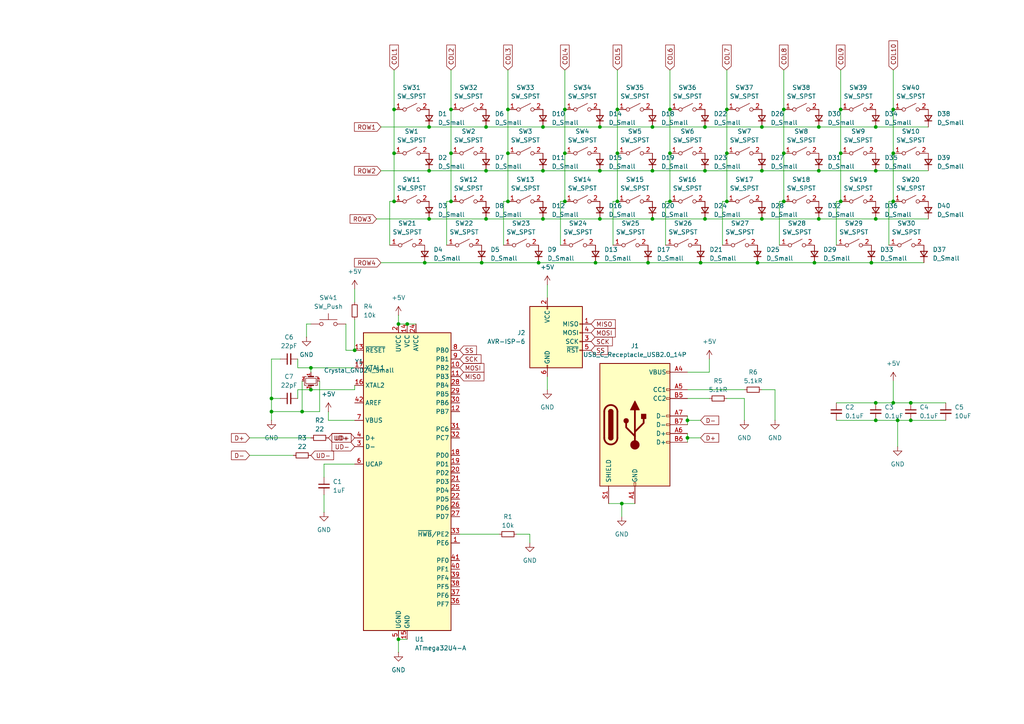
<source format=kicad_sch>
(kicad_sch (version 20231120) (generator "eeschema") (generator_version "8.0")
  (paper "A4")
  (junction (at 157.48 63.5))
  (junction (at 78.74 119.38))
  (junction (at 157.48 49.53))
  (junction (at 243.84 58.42))
  (junction (at 173.99 36.83))
  (junction (at 220.98 49.53))
  (junction (at 204.47 63.5))
  (junction (at 90.17 113.03))
  (junction (at 210.82 44.45))
  (junction (at 189.23 49.53))
  (junction (at 227.33 31.75))
  (junction (at 259.08 44.45))
  (junction (at 243.84 44.45))
  (junction (at 147.32 44.45))
  (junction (at 147.32 31.75))
  (junction (at 124.46 63.5))
  (junction (at 124.46 36.83))
  (junction (at 254 63.5))
  (junction (at 237.49 36.83))
  (junction (at 264.16 116.84))
  (junction (at 236.22 76.2))
  (junction (at 194.31 31.75))
  (junction (at 124.46 49.53))
  (junction (at 140.97 63.5))
  (junction (at 163.83 31.75))
  (junction (at 130.81 31.75))
  (junction (at 220.98 63.5))
  (junction (at 259.08 31.75))
  (junction (at 118.11 93.98))
  (junction (at 210.82 31.75))
  (junction (at 179.07 44.45))
  (junction (at 90.17 106.68))
  (junction (at 260.35 121.92))
  (junction (at 180.34 146.05))
  (junction (at 173.99 63.5))
  (junction (at 147.32 58.42))
  (junction (at 130.81 58.42))
  (junction (at 140.97 49.53))
  (junction (at 199.39 121.92))
  (junction (at 237.49 63.5))
  (junction (at 130.81 44.45))
  (junction (at 203.2 76.2))
  (junction (at 114.3 31.75))
  (junction (at 220.98 36.83))
  (junction (at 219.71 76.2))
  (junction (at 199.39 127))
  (junction (at 179.07 58.42))
  (junction (at 254 36.83))
  (junction (at 163.83 58.42))
  (junction (at 227.33 58.42))
  (junction (at 123.19 76.2))
  (junction (at 259.08 116.84))
  (junction (at 115.57 93.98))
  (junction (at 243.84 31.75))
  (junction (at 227.33 44.45))
  (junction (at 173.99 49.53))
  (junction (at 194.31 44.45))
  (junction (at 259.08 58.42))
  (junction (at 210.82 58.42))
  (junction (at 172.72 76.2))
  (junction (at 114.3 58.42))
  (junction (at 179.07 31.75))
  (junction (at 189.23 36.83))
  (junction (at 204.47 49.53))
  (junction (at 264.16 121.92))
  (junction (at 157.48 36.83))
  (junction (at 189.23 63.5))
  (junction (at 87.63 119.38))
  (junction (at 187.96 76.2))
  (junction (at 254 116.84))
  (junction (at 254 121.92))
  (junction (at 140.97 36.83))
  (junction (at 139.7 76.2))
  (junction (at 78.74 115.57))
  (junction (at 114.3 44.45))
  (junction (at 204.47 36.83))
  (junction (at 115.57 185.42))
  (junction (at 194.31 58.42))
  (junction (at 163.83 44.45))
  (junction (at 254 49.53))
  (junction (at 237.49 49.53))
  (junction (at 156.21 76.2))
  (junction (at 252.73 76.2))
  (junction (at 102.87 101.6))
  (wire (pts (xy 236.22 76.2) (xy 252.73 76.2)))
  (wire (pts (xy 227.33 44.45) (xy 227.33 58.42)))
  (wire (pts (xy 147.32 44.45) (xy 147.32 58.42)))
  (wire (pts (xy 87.63 110.49) (xy 87.63 119.38)))
  (wire (pts (xy 264.16 121.92) (xy 274.32 121.92)))
  (wire (pts (xy 173.99 63.5) (xy 189.23 63.5)))
  (wire (pts (xy 124.46 36.83) (xy 140.97 36.83)))
  (wire (pts (xy 194.31 31.75) (xy 194.31 44.45)))
  (wire (pts (xy 259.08 116.84) (xy 264.16 116.84)))
  (wire (pts (xy 110.49 49.53) (xy 124.46 49.53)))
  (wire (pts (xy 209.55 58.42) (xy 209.55 71.12)))
  (wire (pts (xy 147.32 31.75) (xy 147.32 44.45)))
  (wire (pts (xy 204.47 63.5) (xy 220.98 63.5)))
  (wire (pts (xy 87.63 119.38) (xy 78.74 119.38)))
  (wire (pts (xy 179.07 58.42) (xy 177.8 58.42)))
  (wire (pts (xy 157.48 36.83) (xy 173.99 36.83)))
  (wire (pts (xy 123.19 76.2) (xy 139.7 76.2)))
  (wire (pts (xy 237.49 49.53) (xy 254 49.53)))
  (wire (pts (xy 124.46 63.5) (xy 140.97 63.5)))
  (wire (pts (xy 102.87 92.71) (xy 102.87 101.6)))
  (wire (pts (xy 110.49 36.83) (xy 124.46 36.83)))
  (wire (pts (xy 199.39 125.73) (xy 199.39 127)))
  (wire (pts (xy 243.84 31.75) (xy 243.84 44.45)))
  (wire (pts (xy 203.2 76.2) (xy 219.71 76.2)))
  (wire (pts (xy 78.74 119.38) (xy 78.74 121.92)))
  (wire (pts (xy 163.83 44.45) (xy 163.83 58.42)))
  (wire (pts (xy 179.07 20.32) (xy 179.07 31.75)))
  (wire (pts (xy 146.05 58.42) (xy 146.05 71.12)))
  (wire (pts (xy 118.11 93.98) (xy 120.65 93.98)))
  (wire (pts (xy 220.98 49.53) (xy 237.49 49.53)))
  (wire (pts (xy 257.81 58.42) (xy 257.81 71.12)))
  (wire (pts (xy 78.74 115.57) (xy 81.28 115.57)))
  (wire (pts (xy 129.54 58.42) (xy 129.54 71.12)))
  (wire (pts (xy 237.49 63.5) (xy 254 63.5)))
  (wire (pts (xy 93.98 134.62) (xy 93.98 138.43)))
  (wire (pts (xy 86.36 106.68) (xy 90.17 106.68)))
  (wire (pts (xy 110.49 76.2) (xy 123.19 76.2)))
  (wire (pts (xy 113.03 58.42) (xy 113.03 71.12)))
  (wire (pts (xy 180.34 146.05) (xy 180.34 149.86)))
  (wire (pts (xy 199.39 113.03) (xy 215.9 113.03)))
  (wire (pts (xy 194.31 58.42) (xy 193.04 58.42)))
  (wire (pts (xy 180.34 146.05) (xy 184.15 146.05)))
  (wire (pts (xy 72.39 132.08) (xy 85.09 132.08)))
  (wire (pts (xy 139.7 76.2) (xy 156.21 76.2)))
  (wire (pts (xy 189.23 49.53) (xy 204.47 49.53)))
  (wire (pts (xy 226.06 58.42) (xy 226.06 71.12)))
  (wire (pts (xy 140.97 36.83) (xy 157.48 36.83)))
  (wire (pts (xy 220.98 113.03) (xy 224.79 113.03)))
  (wire (pts (xy 259.08 31.75) (xy 259.08 44.45)))
  (wire (pts (xy 124.46 49.53) (xy 140.97 49.53)))
  (wire (pts (xy 90.17 93.98) (xy 88.9 93.98)))
  (wire (pts (xy 78.74 104.14) (xy 78.74 115.57)))
  (wire (pts (xy 260.35 121.92) (xy 264.16 121.92)))
  (wire (pts (xy 210.82 58.42) (xy 209.55 58.42)))
  (wire (pts (xy 93.98 143.51) (xy 93.98 148.59)))
  (wire (pts (xy 205.74 107.95) (xy 205.74 104.14)))
  (wire (pts (xy 194.31 44.45) (xy 194.31 58.42)))
  (wire (pts (xy 264.16 116.84) (xy 274.32 116.84)))
  (wire (pts (xy 158.75 109.22) (xy 158.75 113.03)))
  (wire (pts (xy 193.04 58.42) (xy 193.04 71.12)))
  (wire (pts (xy 172.72 76.2) (xy 187.96 76.2)))
  (wire (pts (xy 177.8 58.42) (xy 177.8 71.12)))
  (wire (pts (xy 254 49.53) (xy 269.24 49.53)))
  (wire (pts (xy 78.74 115.57) (xy 78.74 119.38)))
  (wire (pts (xy 187.96 76.2) (xy 203.2 76.2)))
  (wire (pts (xy 254 63.5) (xy 269.24 63.5)))
  (wire (pts (xy 243.84 58.42) (xy 242.57 58.42)))
  (wire (pts (xy 215.9 115.57) (xy 215.9 121.92)))
  (wire (pts (xy 243.84 44.45) (xy 243.84 58.42)))
  (wire (pts (xy 163.83 31.75) (xy 163.83 44.45)))
  (wire (pts (xy 109.22 63.5) (xy 124.46 63.5)))
  (wire (pts (xy 199.39 120.65) (xy 199.39 121.92)))
  (wire (pts (xy 224.79 113.03) (xy 224.79 121.92)))
  (wire (pts (xy 199.39 115.57) (xy 205.74 115.57)))
  (wire (pts (xy 259.08 58.42) (xy 257.81 58.42)))
  (wire (pts (xy 259.08 110.49) (xy 259.08 116.84)))
  (wire (pts (xy 86.36 113.03) (xy 90.17 113.03)))
  (wire (pts (xy 102.87 134.62) (xy 93.98 134.62)))
  (wire (pts (xy 95.25 119.38) (xy 95.25 121.92)))
  (wire (pts (xy 254 121.92) (xy 260.35 121.92)))
  (wire (pts (xy 210.82 115.57) (xy 215.9 115.57)))
  (wire (pts (xy 173.99 36.83) (xy 189.23 36.83)))
  (wire (pts (xy 95.25 121.92) (xy 102.87 121.92)))
  (wire (pts (xy 243.84 20.32) (xy 243.84 31.75)))
  (wire (pts (xy 242.57 121.92) (xy 254 121.92)))
  (wire (pts (xy 162.56 58.42) (xy 162.56 71.12)))
  (wire (pts (xy 179.07 31.75) (xy 179.07 44.45)))
  (wire (pts (xy 210.82 20.32) (xy 210.82 31.75)))
  (wire (pts (xy 220.98 36.83) (xy 237.49 36.83)))
  (wire (pts (xy 199.39 121.92) (xy 199.39 123.19)))
  (wire (pts (xy 81.28 104.14) (xy 78.74 104.14)))
  (wire (pts (xy 260.35 121.92) (xy 260.35 129.54)))
  (wire (pts (xy 163.83 20.32) (xy 163.83 31.75)))
  (wire (pts (xy 114.3 20.32) (xy 114.3 31.75)))
  (wire (pts (xy 87.63 119.38) (xy 92.71 119.38)))
  (wire (pts (xy 102.87 113.03) (xy 102.87 111.76)))
  (wire (pts (xy 210.82 31.75) (xy 210.82 44.45)))
  (wire (pts (xy 189.23 63.5) (xy 204.47 63.5)))
  (wire (pts (xy 204.47 49.53) (xy 220.98 49.53)))
  (wire (pts (xy 86.36 115.57) (xy 86.36 113.03)))
  (wire (pts (xy 156.21 76.2) (xy 172.72 76.2)))
  (wire (pts (xy 115.57 185.42) (xy 115.57 189.23)))
  (wire (pts (xy 92.71 119.38) (xy 92.71 110.49)))
  (wire (pts (xy 199.39 107.95) (xy 205.74 107.95)))
  (wire (pts (xy 254 36.83) (xy 269.24 36.83)))
  (wire (pts (xy 220.98 63.5) (xy 237.49 63.5)))
  (wire (pts (xy 158.75 82.55) (xy 158.75 86.36)))
  (wire (pts (xy 227.33 20.32) (xy 227.33 31.75)))
  (wire (pts (xy 102.87 83.82) (xy 102.87 87.63)))
  (wire (pts (xy 153.67 154.94) (xy 153.67 157.48)))
  (wire (pts (xy 130.81 31.75) (xy 130.81 44.45)))
  (wire (pts (xy 130.81 44.45) (xy 130.81 58.42)))
  (wire (pts (xy 88.9 93.98) (xy 88.9 97.79)))
  (wire (pts (xy 140.97 63.5) (xy 157.48 63.5)))
  (wire (pts (xy 115.57 93.98) (xy 118.11 93.98)))
  (wire (pts (xy 157.48 49.53) (xy 173.99 49.53)))
  (wire (pts (xy 114.3 44.45) (xy 114.3 58.42)))
  (wire (pts (xy 194.31 20.32) (xy 194.31 31.75)))
  (wire (pts (xy 130.81 20.32) (xy 130.81 31.75)))
  (wire (pts (xy 254 116.84) (xy 259.08 116.84)))
  (wire (pts (xy 130.81 58.42) (xy 129.54 58.42)))
  (wire (pts (xy 147.32 58.42) (xy 146.05 58.42)))
  (wire (pts (xy 157.48 63.5) (xy 173.99 63.5)))
  (wire (pts (xy 163.83 58.42) (xy 162.56 58.42)))
  (wire (pts (xy 86.36 104.14) (xy 86.36 106.68)))
  (wire (pts (xy 115.57 185.42) (xy 118.11 185.42)))
  (wire (pts (xy 242.57 58.42) (xy 242.57 71.12)))
  (wire (pts (xy 149.86 154.94) (xy 153.67 154.94)))
  (wire (pts (xy 189.23 36.83) (xy 204.47 36.83)))
  (wire (pts (xy 90.17 107.95) (xy 90.17 106.68)))
  (wire (pts (xy 90.17 113.03) (xy 102.87 113.03)))
  (wire (pts (xy 176.53 146.05) (xy 180.34 146.05)))
  (wire (pts (xy 259.08 44.45) (xy 259.08 58.42)))
  (wire (pts (xy 227.33 31.75) (xy 227.33 44.45)))
  (wire (pts (xy 227.33 58.42) (xy 226.06 58.42)))
  (wire (pts (xy 173.99 49.53) (xy 189.23 49.53)))
  (wire (pts (xy 199.39 127) (xy 199.39 128.27)))
  (wire (pts (xy 133.35 154.94) (xy 144.78 154.94)))
  (wire (pts (xy 237.49 36.83) (xy 254 36.83)))
  (wire (pts (xy 179.07 44.45) (xy 179.07 58.42)))
  (wire (pts (xy 102.87 101.6) (xy 100.33 101.6)))
  (wire (pts (xy 199.39 127) (xy 203.2 127)))
  (wire (pts (xy 199.39 121.92) (xy 203.2 121.92)))
  (wire (pts (xy 115.57 91.44) (xy 115.57 93.98)))
  (wire (pts (xy 140.97 49.53) (xy 157.48 49.53)))
  (wire (pts (xy 114.3 58.42) (xy 113.03 58.42)))
  (wire (pts (xy 242.57 116.84) (xy 254 116.84)))
  (wire (pts (xy 114.3 31.75) (xy 114.3 44.45)))
  (wire (pts (xy 100.33 101.6) (xy 100.33 93.98)))
  (wire (pts (xy 90.17 106.68) (xy 102.87 106.68)))
  (wire (pts (xy 252.73 76.2) (xy 267.97 76.2)))
  (wire (pts (xy 72.39 127) (xy 90.17 127)))
  (wire (pts (xy 204.47 36.83) (xy 220.98 36.83)))
  (wire (pts (xy 210.82 44.45) (xy 210.82 58.42)))
  (wire (pts (xy 259.08 20.32) (xy 259.08 31.75)))
  (wire (pts (xy 147.32 20.32) (xy 147.32 31.75)))
  (wire (pts (xy 219.71 76.2) (xy 236.22 76.2)))
  (global_label "COL7" (shape input) (at 210.82 20.32 90) (property "Intersheetrefs" "${INTERSHEET_REFS}" (effects (hide yes))))
  (global_label "MISO" (shape input) (at 133.35 109.22 0) (property "Intersheetrefs" "${INTERSHEET_REFS}" (effects (hide yes))))
  (global_label "COL4" (shape input) (at 163.83 20.32 90) (property "Intersheetrefs" "${INTERSHEET_REFS}" (effects (hide yes))))
  (global_label "SCK" (shape input) (at 171.45 99.06 0) (property "Intersheetrefs" "${INTERSHEET_REFS}" (effects (hide yes))))
  (global_label "COL10" (shape input) (at 259.08 20.32 90) (property "Intersheetrefs" "${INTERSHEET_REFS}" (effects (hide yes))))
  (global_label "ROW1" (shape input) (at 110.49 36.83 180) (property "Intersheetrefs" "${INTERSHEET_REFS}" (effects (hide yes))))
  (global_label "MISO" (shape input) (at 171.45 93.98 0) (property "Intersheetrefs" "${INTERSHEET_REFS}" (effects (hide yes))))
  (global_label "ROW3" (shape input) (at 109.22 63.5 180) (property "Intersheetrefs" "${INTERSHEET_REFS}" (effects (hide yes))))
  (global_label "SCK" (shape input) (at 133.35 104.14 0) (property "Intersheetrefs" "${INTERSHEET_REFS}" (effects (hide yes))))
  (global_label "ROW4" (shape input) (at 110.49 76.2 180) (property "Intersheetrefs" "${INTERSHEET_REFS}" (effects (hide yes))))
  (global_label "SS" (shape input) (at 133.35 101.6 0) (property "Intersheetrefs" "${INTERSHEET_REFS}" (effects (hide yes))))
  (global_label "UD+" (shape input) (at 102.87 127 180) (property "Intersheetrefs" "${INTERSHEET_REFS}" (effects (hide yes))))
  (global_label "COL5" (shape input) (at 179.07 20.32 90) (property "Intersheetrefs" "${INTERSHEET_REFS}" (effects (hide yes))))
  (global_label "MOSI" (shape input) (at 171.45 96.52 0) (property "Intersheetrefs" "${INTERSHEET_REFS}" (effects (hide yes))))
  (global_label "UD-" (shape input) (at 102.87 129.54 180) (property "Intersheetrefs" "${INTERSHEET_REFS}" (effects (hide yes))))
  (global_label "MOSI" (shape input) (at 133.35 106.68 0) (property "Intersheetrefs" "${INTERSHEET_REFS}" (effects (hide yes))))
  (global_label "D+" (shape input) (at 203.2 127 0) (property "Intersheetrefs" "${INTERSHEET_REFS}" (effects (hide yes))))
  (global_label "D-" (shape input) (at 72.39 132.08 180) (property "Intersheetrefs" "${INTERSHEET_REFS}" (effects (hide yes))))
  (global_label "UD-" (shape input) (at 90.17 132.08 0) (property "Intersheetrefs" "${INTERSHEET_REFS}" (effects (hide yes))))
  (global_label "D-" (shape input) (at 203.2 121.92 0) (property "Intersheetrefs" "${INTERSHEET_REFS}" (effects (hide yes))))
  (global_label "COL2" (shape input) (at 130.81 20.32 90) (property "Intersheetrefs" "${INTERSHEET_REFS}" (effects (hide yes))))
  (global_label "COL8" (shape input) (at 227.33 20.32 90) (property "Intersheetrefs" "${INTERSHEET_REFS}" (effects (hide yes))))
  (global_label "SS" (shape input) (at 171.45 101.6 0) (property "Intersheetrefs" "${INTERSHEET_REFS}" (effects (hide yes))))
  (global_label "COL3" (shape input) (at 147.32 20.32 90) (property "Intersheetrefs" "${INTERSHEET_REFS}" (effects (hide yes))))
  (global_label "UD+" (shape input) (at 95.25 127 0) (property "Intersheetrefs" "${INTERSHEET_REFS}" (effects (hide yes))))
  (global_label "COL9" (shape input) (at 243.84 20.32 90) (property "Intersheetrefs" "${INTERSHEET_REFS}" (effects (hide yes))))
  (global_label "COL6" (shape input) (at 194.31 20.32 90) (property "Intersheetrefs" "${INTERSHEET_REFS}" (effects (hide yes))))
  (global_label "D+" (shape input) (at 72.39 127 180) (property "Intersheetrefs" "${INTERSHEET_REFS}" (effects (hide yes))))
  (global_label "COL1" (shape input) (at 114.3 20.32 90) (property "Intersheetrefs" "${INTERSHEET_REFS}" (effects (hide yes))))
  (global_label "ROW2" (shape input) (at 110.49 49.53 180) (property "Intersheetrefs" "${INTERSHEET_REFS}" (effects (hide yes))))
  (symbol (lib_id "Switch:SW_SPST") (at 118.11 71.12 0) (unit 1)
    (property "Reference" "SW21" (at 118.11 64.77 0))
    (property "Value" "SW_SPST" (at 118.11 67.31 0))
    (property "Footprint" "Button_Switch_Keyboard:SW_Cherry_MX_1.00u_PCB" (effects (hide yes)))
    (property "Description" "Single Pole Single Throw (SPST) switch" (effects (hide yes)))
  )
  (symbol (lib_id "Switch:SW_SPST") (at 232.41 44.45 0) (unit 1)
    (property "Reference" "SW8" (at 232.41 38.1 0))
    (property "Value" "SW_SPST" (at 232.41 40.64 0))
    (property "Footprint" "Button_Switch_Keyboard:SW_Cherry_MX_1.00u_PCB" (effects (hide yes)))
    (property "Description" "Single Pole Single Throw (SPST) switch" (effects (hide yes)))
  )
  (symbol (lib_id "Device:C_Small") (at 93.98 140.97 0) (unit 1)
    (property "Reference" "C1" (at 96.52 139.7062 0) (effects (justify left)))
    (property "Value" "1uF" (at 96.52 142.2462 0) (effects (justify left)))
    (property "Footprint" "Capacitor_SMD:C_0805_2012Metric_Pad1.18x1.45mm_HandSolder" (effects (hide yes)))
    (property "Description" "Unpolarized capacitor, small symbol" (effects (hide yes)))
  )
  (symbol (lib_id "Device:D_Small") (at 252.73 73.66 90) (unit 1)
    (property "Reference" "D33" (at 255.27 72.3899 90) (effects (justify right)))
    (property "Value" "D_Small" (at 255.27 74.9299 90) (effects (justify right)))
    (property "Footprint" "Diode_SMD:D_SOD-123" (effects (hide yes)))
    (property "Description" "Diode, small symbol" (effects (hide yes)))
    (property "Sim.Device" "D" (effects (hide yes)))
    (property "Sim.Pins" "1=K 2=A" (effects (hide yes)))
  )
  (symbol (lib_id "Switch:SW_SPST") (at 168.91 44.45 0) (unit 1)
    (property "Reference" "SW4" (at 168.91 38.1 0))
    (property "Value" "SW_SPST" (at 168.91 40.64 0))
    (property "Footprint" "Button_Switch_Keyboard:SW_Cherry_MX_1.00u_PCB" (effects (hide yes)))
    (property "Description" "Single Pole Single Throw (SPST) switch" (effects (hide yes)))
  )
  (symbol (lib_id "power:GND") (at 180.34 149.86 0) (unit 1)
    (property "Reference" "#PWR13" (effects (hide yes)))
    (property "Value" "GND" (at 180.34 154.94 0))
    (property "Description" "Power symbol creates a global label with name \"GND\" , ground" (effects (hide yes)))
  )
  (symbol (lib_id "Device:D_Small") (at 203.2 73.66 90) (unit 1)
    (property "Reference" "D21" (at 205.74 72.3899 90) (effects (justify right)))
    (property "Value" "D_Small" (at 205.74 74.9299 90) (effects (justify right)))
    (property "Footprint" "Diode_SMD:D_SOD-123" (effects (hide yes)))
    (property "Description" "Diode, small symbol" (effects (hide yes)))
    (property "Sim.Device" "D" (effects (hide yes)))
    (property "Sim.Pins" "1=K 2=A" (effects (hide yes)))
  )
  (symbol (lib_id "Device:D_Small") (at 204.47 60.96 90) (unit 1)
    (property "Reference" "D24" (at 207.01 59.6899 90) (effects (justify right)))
    (property "Value" "D_Small" (at 207.01 62.2299 90) (effects (justify right)))
    (property "Footprint" "Diode_SMD:D_SOD-123" (effects (hide yes)))
    (property "Description" "Diode, small symbol" (effects (hide yes)))
    (property "Sim.Device" "D" (effects (hide yes)))
    (property "Sim.Pins" "1=K 2=A" (effects (hide yes)))
  )
  (symbol (lib_id "Switch:SW_SPST") (at 215.9 31.75 0) (unit 1)
    (property "Reference" "SW37" (at 215.9 25.4 0))
    (property "Value" "SW_SPST" (at 215.9 27.94 0))
    (property "Footprint" "Button_Switch_Keyboard:SW_Cherry_MX_1.00u_PCB" (effects (hide yes)))
    (property "Description" "Single Pole Single Throw (SPST) switch" (effects (hide yes)))
  )
  (symbol (lib_id "Switch:SW_SPST") (at 264.16 44.45 0) (unit 1)
    (property "Reference" "SW10" (at 264.16 38.1 0))
    (property "Value" "SW_SPST" (at 264.16 40.64 0))
    (property "Footprint" "Button_Switch_Keyboard:SW_Cherry_MX_1.00u_PCB" (effects (hide yes)))
    (property "Description" "Single Pole Single Throw (SPST) switch" (effects (hide yes)))
  )
  (symbol (lib_id "Device:D_Small") (at 254 60.96 90) (unit 1)
    (property "Reference" "D36" (at 256.54 59.6899 90) (effects (justify right)))
    (property "Value" "D_Small" (at 256.54 62.2299 90) (effects (justify right)))
    (property "Footprint" "Diode_SMD:D_SOD-123" (effects (hide yes)))
    (property "Description" "Diode, small symbol" (effects (hide yes)))
    (property "Sim.Device" "D" (effects (hide yes)))
    (property "Sim.Pins" "1=K 2=A" (effects (hide yes)))
  )
  (symbol (lib_id "Connector:USB_C_Receptacle_USB2.0_14P") (at 184.15 123.19 0) (unit 1)
    (property "Reference" "J1" (at 184.15 100.33 0))
    (property "Value" "USB_C_Receptacle_USB2.0_14P" (at 184.15 102.87 0))
    (property "Footprint" "Type-C:HRO-TYPE-C-31-M-13" (effects (hide yes)))
    (property "Datasheet" "https://www.usb.org/sites/default/files/documents/usb_type-c.zip" (effects (hide yes)))
    (property "Description" "USB 2.0-only 14P Type-C Receptacle connector" (effects (hide yes)))
  )
  (symbol (lib_id "Device:D_Small") (at 123.19 73.66 90) (unit 1)
    (property "Reference" "D4" (at 125.73 72.3899 90) (effects (justify right)))
    (property "Value" "D_Small" (at 125.73 74.9299 90) (effects (justify right)))
    (property "Footprint" "Diode_SMD:D_SOD-123" (effects (hide yes)))
    (property "Description" "Diode, small symbol" (effects (hide yes)))
    (property "Sim.Device" "D" (effects (hide yes)))
    (property "Sim.Pins" "1=K 2=A" (effects (hide yes)))
  )
  (symbol (lib_id "Device:C_Small") (at 242.57 119.38 0) (unit 1)
    (property "Reference" "C2" (at 245.11 118.1162 0) (effects (justify left)))
    (property "Value" "0.1uF" (at 245.11 120.6562 0) (effects (justify left)))
    (property "Footprint" "Capacitor_SMD:C_0805_2012Metric_Pad1.18x1.45mm_HandSolder" (effects (hide yes)))
    (property "Description" "Unpolarized capacitor, small symbol" (effects (hide yes)))
  )
  (symbol (lib_id "Switch:SW_SPST") (at 119.38 31.75 0) (unit 1)
    (property "Reference" "SW31" (at 119.38 25.4 0))
    (property "Value" "SW_SPST" (at 119.38 27.94 0))
    (property "Footprint" "Button_Switch_Keyboard:SW_Cherry_MX_1.00u_PCB" (effects (hide yes)))
    (property "Description" "Single Pole Single Throw (SPST) switch" (effects (hide yes)))
  )
  (symbol (lib_id "Device:D_Small") (at 173.99 46.99 90) (unit 1)
    (property "Reference" "D15" (at 176.53 45.7199 90) (effects (justify right)))
    (property "Value" "D_Small" (at 176.53 48.2599 90) (effects (justify right)))
    (property "Footprint" "Diode_SMD:D_SOD-123" (effects (hide yes)))
    (property "Description" "Diode, small symbol" (effects (hide yes)))
    (property "Sim.Device" "D" (effects (hide yes)))
    (property "Sim.Pins" "1=K 2=A" (effects (hide yes)))
  )
  (symbol (lib_id "Device:D_Small") (at 204.47 46.99 90) (unit 1)
    (property "Reference" "D23" (at 207.01 45.7199 90) (effects (justify right)))
    (property "Value" "D_Small" (at 207.01 48.2599 90) (effects (justify right)))
    (property "Footprint" "Diode_SMD:D_SOD-123" (effects (hide yes)))
    (property "Description" "Diode, small symbol" (effects (hide yes)))
    (property "Sim.Device" "D" (effects (hide yes)))
    (property "Sim.Pins" "1=K 2=A" (effects (hide yes)))
  )
  (symbol (lib_id "Switch:SW_SPST") (at 167.64 71.12 0) (unit 1)
    (property "Reference" "SW24" (at 167.64 64.77 0))
    (property "Value" "SW_SPST" (at 167.64 67.31 0))
    (property "Footprint" "Button_Switch_Keyboard:SW_Cherry_MX_1.00u_PCB" (effects (hide yes)))
    (property "Description" "Single Pole Single Throw (SPST) switch" (effects (hide yes)))
  )
  (symbol (lib_id "Switch:SW_SPST") (at 248.92 31.75 0) (unit 1)
    (property "Reference" "SW39" (at 248.92 25.4 0))
    (property "Value" "SW_SPST" (at 248.92 27.94 0))
    (property "Footprint" "Button_Switch_Keyboard:SW_Cherry_MX_1.00u_PCB" (effects (hide yes)))
    (property "Description" "Single Pole Single Throw (SPST) switch" (effects (hide yes)))
  )
  (symbol (lib_id "Device:D_Small") (at 189.23 46.99 90) (unit 1)
    (property "Reference" "D19" (at 191.77 45.7199 90) (effects (justify right)))
    (property "Value" "D_Small" (at 191.77 48.2599 90) (effects (justify right)))
    (property "Footprint" "Diode_SMD:D_SOD-123" (effects (hide yes)))
    (property "Description" "Diode, small symbol" (effects (hide yes)))
    (property "Sim.Device" "D" (effects (hide yes)))
    (property "Sim.Pins" "1=K 2=A" (effects (hide yes)))
  )
  (symbol (lib_id "Switch:SW_SPST") (at 247.65 71.12 0) (unit 1)
    (property "Reference" "SW29" (at 247.65 64.77 0))
    (property "Value" "SW_SPST" (at 247.65 67.31 0))
    (property "Footprint" "Button_Switch_Keyboard:SW_Cherry_MX_1.00u_PCB" (effects (hide yes)))
    (property "Description" "Single Pole Single Throw (SPST) switch" (effects (hide yes)))
  )
  (symbol (lib_id "power:+5V") (at 102.87 83.82 0) (unit 1)
    (property "Reference" "#PWR10" (effects (hide yes)))
    (property "Value" "+5V" (at 102.87 78.74 0))
    (property "Description" "Power symbol creates a global label with name \"+5V\"" (effects (hide yes)))
  )
  (symbol (lib_id "Switch:SW_SPST") (at 119.38 58.42 0) (unit 1)
    (property "Reference" "SW11" (at 119.38 52.07 0))
    (property "Value" "SW_SPST" (at 119.38 54.61 0))
    (property "Footprint" "Button_Switch_Keyboard:SW_Cherry_MX_1.00u_PCB" (effects (hide yes)))
    (property "Description" "Single Pole Single Throw (SPST) switch" (effects (hide yes)))
  )
  (symbol (lib_id "Device:D_Small") (at 187.96 73.66 90) (unit 1)
    (property "Reference" "D17" (at 190.5 72.3899 90) (effects (justify right)))
    (property "Value" "D_Small" (at 190.5 74.9299 90) (effects (justify right)))
    (property "Footprint" "Diode_SMD:D_SOD-123" (effects (hide yes)))
    (property "Description" "Diode, small symbol" (effects (hide yes)))
    (property "Sim.Device" "D" (effects (hide yes)))
    (property "Sim.Pins" "1=K 2=A" (effects (hide yes)))
  )
  (symbol (lib_id "Device:D_Small") (at 267.97 73.66 90) (unit 1)
    (property "Reference" "D37" (at 270.51 72.3899 90) (effects (justify right)))
    (property "Value" "D_Small" (at 270.51 74.9299 90) (effects (justify right)))
    (property "Footprint" "Diode_SMD:D_SOD-123" (effects (hide yes)))
    (property "Description" "Diode, small symbol" (effects (hide yes)))
    (property "Sim.Device" "D" (effects (hide yes)))
    (property "Sim.Pins" "1=K 2=A" (effects (hide yes)))
  )
  (symbol (lib_id "MCU_Microchip_ATmega:ATmega32U4-A") (at 118.11 139.7 0) (unit 1)
    (property "Reference" "U1" (at 120.3041 185.42 0) (effects (justify left)))
    (property "Value" "ATmega32U4-A" (at 120.3041 187.96 0) (effects (justify left)))
    (property "Footprint" "Package_QFP:TQFP-44_10x10mm_P0.8mm" (effects (hide yes)))
    (property "Datasheet" "http://ww1.microchip.com/downloads/en/DeviceDoc/Atmel-7766-8-bit-AVR-ATmega16U4-32U4_Datasheet.pdf" (effects (hide yes)))
    (property "Description" "16MHz, 32kB Flash, 2.5kB SRAM, 1kB EEPROM, USB 2.0, TQFP-44" (effects (hide yes)))
  )
  (symbol (lib_id "Device:D_Small") (at 157.48 34.29 90) (unit 1)
    (property "Reference" "D10" (at 160.02 33.0199 90) (effects (justify right)))
    (property "Value" "D_Small" (at 160.02 35.5599 90) (effects (justify right)))
    (property "Footprint" "Diode_SMD:D_SOD-123" (effects (hide yes)))
    (property "Description" "Diode, small symbol" (effects (hide yes)))
    (property "Sim.Device" "D" (effects (hide yes)))
    (property "Sim.Pins" "1=K 2=A" (effects (hide yes)))
  )
  (symbol (lib_id "Device:R_Small") (at 208.28 115.57 90) (unit 1)
    (property "Reference" "R5" (at 208.28 110.49 90))
    (property "Value" "5.1kR" (at 208.28 113.03 90))
    (property "Footprint" "Resistor_SMD:R_0805_2012Metric_Pad1.20x1.40mm_HandSolder" (effects (hide yes)))
    (property "Description" "Resistor, small symbol" (effects (hide yes)))
  )
  (symbol (lib_id "Switch:SW_SPST") (at 151.13 71.12 0) (unit 1)
    (property "Reference" "SW23" (at 151.13 64.77 0))
    (property "Value" "SW_SPST" (at 151.13 67.31 0))
    (property "Footprint" "Button_Switch_Keyboard:SW_Cherry_MX_1.00u_PCB" (effects (hide yes)))
    (property "Description" "Single Pole Single Throw (SPST) switch" (effects (hide yes)))
  )
  (symbol (lib_id "power:GND") (at 260.35 129.54 0) (unit 1)
    (property "Reference" "#PWR5" (effects (hide yes)))
    (property "Value" "GND" (at 260.35 134.62 0))
    (property "Description" "Power symbol creates a global label with name \"GND\" , ground" (effects (hide yes)))
  )
  (symbol (lib_id "Device:D_Small") (at 173.99 60.96 90) (unit 1)
    (property "Reference" "D16" (at 176.53 59.6899 90) (effects (justify right)))
    (property "Value" "D_Small" (at 176.53 62.2299 90) (effects (justify right)))
    (property "Footprint" "Diode_SMD:D_SOD-123" (effects (hide yes)))
    (property "Description" "Diode, small symbol" (effects (hide yes)))
    (property "Sim.Device" "D" (effects (hide yes)))
    (property "Sim.Pins" "1=K 2=A" (effects (hide yes)))
  )
  (symbol (lib_id "Switch:SW_SPST") (at 199.39 44.45 0) (unit 1)
    (property "Reference" "SW6" (at 199.39 38.1 0))
    (property "Value" "SW_SPST" (at 199.39 40.64 0))
    (property "Footprint" "Button_Switch_Keyboard:SW_Cherry_MX_1.00u_PCB" (effects (hide yes)))
    (property "Description" "Single Pole Single Throw (SPST) switch" (effects (hide yes)))
  )
  (symbol (lib_id "Device:D_Small") (at 220.98 60.96 90) (unit 1)
    (property "Reference" "D28" (at 223.52 59.6899 90) (effects (justify right)))
    (property "Value" "D_Small" (at 223.52 62.2299 90) (effects (justify right)))
    (property "Footprint" "Diode_SMD:D_SOD-123" (effects (hide yes)))
    (property "Description" "Diode, small symbol" (effects (hide yes)))
    (property "Sim.Device" "D" (effects (hide yes)))
    (property "Sim.Pins" "1=K 2=A" (effects (hide yes)))
  )
  (symbol (lib_id "Device:R_Small") (at 87.63 132.08 270) (unit 1)
    (property "Reference" "R3" (at 87.63 127 90))
    (property "Value" "22" (at 87.63 129.54 90))
    (property "Footprint" "Resistor_SMD:R_0805_2012Metric_Pad1.20x1.40mm_HandSolder" (effects (hide yes)))
    (property "Description" "Resistor, small symbol" (effects (hide yes)))
  )
  (symbol (lib_id "Device:C_Small") (at 274.32 119.38 0) (unit 1)
    (property "Reference" "C5" (at 276.86 118.1162 0) (effects (justify left)))
    (property "Value" "10uF" (at 276.86 120.6562 0) (effects (justify left)))
    (property "Footprint" "Capacitor_SMD:C_0805_2012Metric_Pad1.18x1.45mm_HandSolder" (effects (hide yes)))
    (property "Description" "Unpolarized capacitor, small symbol" (effects (hide yes)))
  )
  (symbol (lib_id "Device:D_Small") (at 157.48 60.96 90) (unit 1)
    (property "Reference" "D12" (at 160.02 59.6899 90) (effects (justify right)))
    (property "Value" "D_Small" (at 160.02 62.2299 90) (effects (justify right)))
    (property "Footprint" "Diode_SMD:D_SOD-123" (effects (hide yes)))
    (property "Description" "Diode, small symbol" (effects (hide yes)))
    (property "Sim.Device" "D" (effects (hide yes)))
    (property "Sim.Pins" "1=K 2=A" (effects (hide yes)))
  )
  (symbol (lib_id "Switch:SW_SPST") (at 134.62 71.12 0) (unit 1)
    (property "Reference" "SW22" (at 134.62 64.77 0))
    (property "Value" "SW_SPST" (at 134.62 67.31 0))
    (property "Footprint" "Button_Switch_Keyboard:SW_Cherry_MX_1.00u_PCB" (effects (hide yes)))
    (property "Description" "Single Pole Single Throw (SPST) switch" (effects (hide yes)))
  )
  (symbol (lib_id "Switch:SW_SPST") (at 199.39 58.42 0) (unit 1)
    (property "Reference" "SW16" (at 199.39 52.07 0))
    (property "Value" "SW_SPST" (at 199.39 54.61 0))
    (property "Footprint" "Button_Switch_Keyboard:SW_Cherry_MX_1.00u_PCB" (effects (hide yes)))
    (property "Description" "Single Pole Single Throw (SPST) switch" (effects (hide yes)))
  )
  (symbol (lib_id "Device:D_Small") (at 189.23 34.29 90) (unit 1)
    (property "Reference" "D18" (at 191.77 33.0199 90) (effects (justify right)))
    (property "Value" "D_Small" (at 191.77 35.5599 90) (effects (justify right)))
    (property "Footprint" "Diode_SMD:D_SOD-123" (effects (hide yes)))
    (property "Description" "Diode, small symbol" (effects (hide yes)))
    (property "Sim.Device" "D" (effects (hide yes)))
    (property "Sim.Pins" "1=K 2=A" (effects (hide yes)))
  )
  (symbol (lib_id "power:+5V") (at 95.25 119.38 0) (unit 1)
    (property "Reference" "#PWR7" (effects (hide yes)))
    (property "Value" "+5V" (at 95.25 114.3 0))
    (property "Description" "Power symbol creates a global label with name \"+5V\"" (effects (hide yes)))
  )
  (symbol (lib_id "Switch:SW_SPST") (at 135.89 31.75 0) (unit 1)
    (property "Reference" "SW32" (at 135.89 25.4 0))
    (property "Value" "SW_SPST" (at 135.89 27.94 0))
    (property "Footprint" "Button_Switch_Keyboard:SW_Cherry_MX_1.00u_PCB" (effects (hide yes)))
    (property "Description" "Single Pole Single Throw (SPST) switch" (effects (hide yes)))
  )
  (symbol (lib_id "Switch:SW_SPST") (at 168.91 58.42 0) (unit 1)
    (property "Reference" "SW14" (at 168.91 52.07 0))
    (property "Value" "SW_SPST" (at 168.91 54.61 0))
    (property "Footprint" "Button_Switch_Keyboard:SW_Cherry_MX_1.00u_PCB" (effects (hide yes)))
    (property "Description" "Single Pole Single Throw (SPST) switch" (effects (hide yes)))
  )
  (symbol (lib_id "Device:D_Small") (at 140.97 60.96 90) (unit 1)
    (property "Reference" "D8" (at 143.51 59.6899 90) (effects (justify right)))
    (property "Value" "D_Small" (at 143.51 62.2299 90) (effects (justify right)))
    (property "Footprint" "Diode_SMD:D_SOD-123" (effects (hide yes)))
    (property "Description" "Diode, small symbol" (effects (hide yes)))
    (property "Sim.Device" "D" (effects (hide yes)))
    (property "Sim.Pins" "1=K 2=A" (effects (hide yes)))
  )
  (symbol (lib_id "Switch:SW_SPST") (at 152.4 58.42 0) (unit 1)
    (property "Reference" "SW13" (at 152.4 52.07 0))
    (property "Value" "SW_SPST" (at 152.4 54.61 0))
    (property "Footprint" "Button_Switch_Keyboard:SW_Cherry_MX_1.00u_PCB" (effects (hide yes)))
    (property "Description" "Single Pole Single Throw (SPST) switch" (effects (hide yes)))
  )
  (symbol (lib_id "Switch:SW_SPST") (at 232.41 58.42 0) (unit 1)
    (property "Reference" "SW18" (at 232.41 52.07 0))
    (property "Value" "SW_SPST" (at 232.41 54.61 0))
    (property "Footprint" "Button_Switch_Keyboard:SW_Cherry_MX_1.00u_PCB" (effects (hide yes)))
    (property "Description" "Single Pole Single Throw (SPST) switch" (effects (hide yes)))
  )
  (symbol (lib_id "Device:D_Small") (at 237.49 46.99 90) (unit 1)
    (property "Reference" "D31" (at 240.03 45.7199 90) (effects (justify right)))
    (property "Value" "D_Small" (at 240.03 48.2599 90) (effects (justify right)))
    (property "Footprint" "Diode_SMD:D_SOD-123" (effects (hide yes)))
    (property "Description" "Diode, small symbol" (effects (hide yes)))
    (property "Sim.Device" "D" (effects (hide yes)))
    (property "Sim.Pins" "1=K 2=A" (effects (hide yes)))
  )
  (symbol (lib_id "Device:D_Small") (at 237.49 34.29 90) (unit 1)
    (property "Reference" "D30" (at 240.03 33.0199 90) (effects (justify right)))
    (property "Value" "D_Small" (at 240.03 35.5599 90) (effects (justify right)))
    (property "Footprint" "Diode_SMD:D_SOD-123" (effects (hide yes)))
    (property "Description" "Diode, small symbol" (effects (hide yes)))
    (property "Sim.Device" "D" (effects (hide yes)))
    (property "Sim.Pins" "1=K 2=A" (effects (hide yes)))
  )
  (symbol (lib_id "Device:R_Small") (at 218.44 113.03 90) (unit 1)
    (property "Reference" "R6" (at 218.44 107.95 90))
    (property "Value" "5.1kR" (at 218.44 110.49 90))
    (property "Footprint" "Resistor_SMD:R_0805_2012Metric_Pad1.20x1.40mm_HandSolder" (effects (hide yes)))
    (property "Description" "Resistor, small symbol" (effects (hide yes)))
  )
  (symbol (lib_id "Device:D_Small") (at 220.98 34.29 90) (unit 1)
    (property "Reference" "D26" (at 223.52 33.0199 90) (effects (justify right)))
    (property "Value" "D_Small" (at 223.52 35.5599 90) (effects (justify right)))
    (property "Footprint" "Diode_SMD:D_SOD-123" (effects (hide yes)))
    (property "Description" "Diode, small symbol" (effects (hide yes)))
    (property "Sim.Device" "D" (effects (hide yes)))
    (property "Sim.Pins" "1=K 2=A" (effects (hide yes)))
  )
  (symbol (lib_id "Switch:SW_SPST") (at 232.41 31.75 0) (unit 1)
    (property "Reference" "SW38" (at 232.41 25.4 0))
    (property "Value" "SW_SPST" (at 232.41 27.94 0))
    (property "Footprint" "Button_Switch_Keyboard:SW_Cherry_MX_1.00u_PCB" (effects (hide yes)))
    (property "Description" "Single Pole Single Throw (SPST) switch" (effects (hide yes)))
  )
  (symbol (lib_id "Switch:SW_SPST") (at 248.92 58.42 0) (unit 1)
    (property "Reference" "SW19" (at 248.92 52.07 0))
    (property "Value" "SW_SPST" (at 248.92 54.61 0))
    (property "Footprint" "Button_Switch_Keyboard:SW_Cherry_MX_1.00u_PCB" (effects (hide yes)))
    (property "Description" "Single Pole Single Throw (SPST) switch" (effects (hide yes)))
  )
  (symbol (lib_id "Switch:SW_SPST") (at 135.89 44.45 0) (unit 1)
    (property "Reference" "SW2" (at 135.89 38.1 0))
    (property "Value" "SW_SPST" (at 135.89 40.64 0))
    (property "Footprint" "Button_Switch_Keyboard:SW_Cherry_MX_1.00u_PCB" (effects (hide yes)))
    (property "Description" "Single Pole Single Throw (SPST) switch" (effects (hide yes)))
  )
  (symbol (lib_id "Device:D_Small") (at 157.48 46.99 90) (unit 1)
    (property "Reference" "D11" (at 160.02 45.7199 90) (effects (justify right)))
    (property "Value" "D_Small" (at 160.02 48.2599 90) (effects (justify right)))
    (property "Footprint" "Diode_SMD:D_SOD-123" (effects (hide yes)))
    (property "Description" "Diode, small symbol" (effects (hide yes)))
    (property "Sim.Device" "D" (effects (hide yes)))
    (property "Sim.Pins" "1=K 2=A" (effects (hide yes)))
  )
  (symbol (lib_id "Switch:SW_SPST") (at 184.15 31.75 0) (unit 1)
    (property "Reference" "SW35" (at 184.15 25.4 0))
    (property "Value" "SW_SPST" (at 184.15 27.94 0))
    (property "Footprint" "Button_Switch_Keyboard:SW_Cherry_MX_1.00u_PCB" (effects (hide yes)))
    (property "Description" "Single Pole Single Throw (SPST) switch" (effects (hide yes)))
  )
  (symbol (lib_id "Device:C_Small") (at 83.82 115.57 90) (unit 1)
    (property "Reference" "C7" (at 83.8263 109.22 90))
    (property "Value" "22pF" (at 83.8263 111.76 90))
    (property "Footprint" "Capacitor_SMD:C_0805_2012Metric_Pad1.18x1.45mm_HandSolder" (effects (hide yes)))
    (property "Description" "Unpolarized capacitor, small symbol" (effects (hide yes)))
  )
  (symbol (lib_id "power:+5V") (at 115.57 91.44 0) (unit 1)
    (property "Reference" "#PWR1" (effects (hide yes)))
    (property "Value" "+5V" (at 115.57 86.36 0))
    (property "Description" "Power symbol creates a global label with name \"+5V\"" (effects (hide yes)))
  )
  (symbol (lib_id "power:+5V") (at 259.08 110.49 0) (unit 1)
    (property "Reference" "#PWR6" (effects (hide yes)))
    (property "Value" "+5V" (at 259.08 105.41 0))
    (property "Description" "Power symbol creates a global label with name \"+5V\"" (effects (hide yes)))
  )
  (symbol (lib_id "Switch:SW_SPST") (at 184.15 58.42 0) (unit 1)
    (property "Reference" "SW15" (at 184.15 52.07 0))
    (property "Value" "SW_SPST" (at 184.15 54.61 0))
    (property "Footprint" "Button_Switch_Keyboard:SW_Cherry_MX_1.00u_PCB" (effects (hide yes)))
    (property "Description" "Single Pole Single Throw (SPST) switch" (effects (hide yes)))
  )
  (symbol (lib_id "power:GND") (at 215.9 121.92 0) (unit 1)
    (property "Reference" "#PWR11" (effects (hide yes)))
    (property "Value" "GND" (at 215.9 127 0))
    (property "Description" "Power symbol creates a global label with name \"GND\" , ground" (effects (hide yes)))
  )
  (symbol (lib_id "Switch:SW_SPST") (at 182.88 71.12 0) (unit 1)
    (property "Reference" "SW25" (at 182.88 64.77 0))
    (property "Value" "SW_SPST" (at 182.88 67.31 0))
    (property "Footprint" "Button_Switch_Keyboard:SW_Cherry_MX_1.00u_PCB" (effects (hide yes)))
    (property "Description" "Single Pole Single Throw (SPST) switch" (effects (hide yes)))
  )
  (symbol (lib_id "Device:D_Small") (at 173.99 34.29 90) (unit 1)
    (property "Reference" "D14" (at 176.53 33.0199 90) (effects (justify right)))
    (property "Value" "D_Small" (at 176.53 35.5599 90) (effects (justify right)))
    (property "Footprint" "Diode_SMD:D_SOD-123" (effects (hide yes)))
    (property "Description" "Diode, small symbol" (effects (hide yes)))
    (property "Sim.Device" "D" (effects (hide yes)))
    (property "Sim.Pins" "1=K 2=A" (effects (hide yes)))
  )
  (symbol (lib_id "Switch:SW_SPST") (at 264.16 58.42 0) (unit 1)
    (property "Reference" "SW20" (at 264.16 52.07 0))
    (property "Value" "SW_SPST" (at 264.16 54.61 0))
    (property "Footprint" "Button_Switch_Keyboard:SW_Cherry_MX_1.00u_PCB" (effects (hide yes)))
    (property "Description" "Single Pole Single Throw (SPST) switch" (effects (hide yes)))
  )
  (symbol (lib_id "Device:D_Small") (at 139.7 73.66 90) (unit 1)
    (property "Reference" "D5" (at 142.24 72.3899 90) (effects (justify right)))
    (property "Value" "D_Small" (at 142.24 74.9299 90) (effects (justify right)))
    (property "Footprint" "Diode_SMD:D_SOD-123" (effects (hide yes)))
    (property "Description" "Diode, small symbol" (effects (hide yes)))
    (property "Sim.Device" "D" (effects (hide yes)))
    (property "Sim.Pins" "1=K 2=A" (effects (hide yes)))
  )
  (symbol (lib_id "Device:D_Small") (at 269.24 60.96 90) (unit 1)
    (property "Reference" "D40" (at 271.78 59.6899 90) (effects (justify right)))
    (property "Value" "D_Small" (at 271.78 62.2299 90) (effects (justify right)))
    (property "Footprint" "Diode_SMD:D_SOD-123" (effects (hide yes)))
    (property "Description" "Diode, small symbol" (effects (hide yes)))
    (property "Sim.Device" "D" (effects (hide yes)))
    (property "Sim.Pins" "1=K 2=A" (effects (hide yes)))
  )
  (symbol (lib_id "Switch:SW_SPST") (at 135.89 58.42 0) (unit 1)
    (property "Reference" "SW12" (at 135.89 52.07 0))
    (property "Value" "SW_SPST" (at 135.89 54.61 0))
    (property "Footprint" "Button_Switch_Keyboard:SW_Cherry_MX_1.00u_PCB" (effects (hide yes)))
    (property "Description" "Single Pole Single Throw (SPST) switch" (effects (hide yes)))
  )
  (symbol (lib_id "Device:D_Small") (at 140.97 34.29 90) (unit 1)
    (property "Reference" "D6" (at 143.51 33.0199 90) (effects (justify right)))
    (property "Value" "D_Small" (at 143.51 35.5599 90) (effects (justify right)))
    (property "Footprint" "Diode_SMD:D_SOD-123" (effects (hide yes)))
    (property "Description" "Diode, small symbol" (effects (hide yes)))
    (property "Sim.Device" "D" (effects (hide yes)))
    (property "Sim.Pins" "1=K 2=A" (effects (hide yes)))
  )
  (symbol (lib_id "Switch:SW_Push") (at 95.25 93.98 0) (unit 1)
    (property "Reference" "SW41" (at 95.25 86.36 0))
    (property "Value" "SW_Push" (at 95.25 88.9 0))
    (property "Footprint" "Capacitor_SMD:C_0805_2012Metric_Pad1.18x1.45mm_HandSolder" (effects (hide yes)))
    (property "Description" "Push button switch, generic, two pins" (effects (hide yes)))
  )
  (symbol (lib_id "Connector:AVR-ISP-6") (at 161.29 99.06 0) (unit 1)
    (property "Reference" "J2" (at 152.4 96.5199 0) (effects (justify right)))
    (property "Value" "AVR-ISP-6" (at 152.4 99.0599 0) (effects (justify right)))
    (property "Footprint" "Connector_IDC:IDC-Header_2x03_P2.54mm_Vertical" (effects (hide yes)))
    (property "Description" "Atmel 6-pin ISP connector" (effects (hide yes)))
  )
  (symbol (lib_id "Switch:SW_SPST") (at 264.16 31.75 0) (unit 1)
    (property "Reference" "SW40" (at 264.16 25.4 0))
    (property "Value" "SW_SPST" (at 264.16 27.94 0))
    (property "Footprint" "Button_Switch_Keyboard:SW_Cherry_MX_1.00u_PCB" (effects (hide yes)))
    (property "Description" "Single Pole Single Throw (SPST) switch" (effects (hide yes)))
  )
  (symbol (lib_id "Device:D_Small") (at 204.47 34.29 90) (unit 1)
    (property "Reference" "D22" (at 207.01 33.0199 90) (effects (justify right)))
    (property "Value" "D_Small" (at 207.01 35.5599 90) (effects (justify right)))
    (property "Footprint" "Diode_SMD:D_SOD-123" (effects (hide yes)))
    (property "Description" "Diode, small symbol" (effects (hide yes)))
    (property "Sim.Device" "D" (effects (hide yes)))
    (property "Sim.Pins" "1=K 2=A" (effects (hide yes)))
  )
  (symbol (lib_id "Device:C_Small") (at 264.16 119.38 0) (unit 1)
    (property "Reference" "C4" (at 266.7 118.1162 0) (effects (justify left)))
    (property "Value" "0.1uF" (at 266.7 120.6562 0) (effects (justify left)))
    (property "Footprint" "Capacitor_SMD:C_0805_2012Metric_Pad1.18x1.45mm_HandSolder" (effects (hide yes)))
    (property "Description" "Unpolarized capacitor, small symbol" (effects (hide yes)))
  )
  (symbol (lib_id "Device:C_Small") (at 254 119.38 0) (unit 1)
    (property "Reference" "C3" (at 256.54 118.1162 0) (effects (justify left)))
    (property "Value" "0.1uF" (at 256.54 120.6562 0) (effects (justify left)))
    (property "Footprint" "Capacitor_SMD:C_0805_2012Metric_Pad1.18x1.45mm_HandSolder" (effects (hide yes)))
    (property "Description" "Unpolarized capacitor, small symbol" (effects (hide yes)))
  )
  (symbol (lib_id "power:GND") (at 78.74 121.92 0) (unit 1)
    (property "Reference" "#PWR8" (effects (hide yes)))
    (property "Value" "GND" (at 78.74 127 0))
    (property "Description" "Power symbol creates a global label with name \"GND\" , ground" (effects (hide yes)))
  )
  (symbol (lib_id "Switch:SW_SPST") (at 215.9 44.45 0) (unit 1)
    (property "Reference" "SW7" (at 215.9 38.1 0))
    (property "Value" "SW_SPST" (at 215.9 40.64 0))
    (property "Footprint" "Button_Switch_Keyboard:SW_Cherry_MX_1.00u_PCB" (effects (hide yes)))
    (property "Description" "Single Pole Single Throw (SPST) switch" (effects (hide yes)))
  )
  (symbol (lib_id "Device:D_Small") (at 124.46 46.99 90) (unit 1)
    (property "Reference" "D2" (at 127 45.7199 90) (effects (justify right)))
    (property "Value" "D_Small" (at 127 48.2599 90) (effects (justify right)))
    (property "Footprint" "Diode_SMD:D_SOD-123" (effects (hide yes)))
    (property "Description" "Diode, small symbol" (effects (hide yes)))
    (property "Sim.Device" "D" (effects (hide yes)))
    (property "Sim.Pins" "1=K 2=A" (effects (hide yes)))
  )
  (symbol (lib_id "Device:D_Small") (at 140.97 46.99 90) (unit 1)
    (property "Reference" "D7" (at 143.51 45.7199 90) (effects (justify right)))
    (property "Value" "D_Small" (at 143.51 48.2599 90) (effects (justify right)))
    (property "Footprint" "Diode_SMD:D_SOD-123" (effects (hide yes)))
    (property "Description" "Diode, small symbol" (effects (hide yes)))
    (property "Sim.Device" "D" (effects (hide yes)))
    (property "Sim.Pins" "1=K 2=A" (effects (hide yes)))
  )
  (symbol (lib_id "Device:R_Small") (at 147.32 154.94 90) (unit 1)
    (property "Reference" "R1" (at 147.32 149.86 90))
    (property "Value" "10k" (at 147.32 152.4 90))
    (property "Footprint" "Resistor_SMD:R_0805_2012Metric_Pad1.20x1.40mm_HandSolder" (effects (hide yes)))
    (property "Description" "Resistor, small symbol" (effects (hide yes)))
  )
  (symbol (lib_id "Device:D_Small") (at 124.46 34.29 90) (unit 1)
    (property "Reference" "D1" (at 127 33.0199 90) (effects (justify right)))
    (property "Value" "D_Small" (at 127 35.5599 90) (effects (justify right)))
    (property "Footprint" "Diode_SMD:D_SOD-123" (effects (hide yes)))
    (property "Description" "Diode, small symbol" (effects (hide yes)))
    (property "Sim.Device" "D" (effects (hide yes)))
    (property "Sim.Pins" "1=K 2=A" (effects (hide yes)))
  )
  (symbol (lib_id "Switch:SW_SPST") (at 214.63 71.12 0) (unit 1)
    (property "Reference" "SW27" (at 214.63 64.77 0))
    (property "Value" "SW_SPST" (at 214.63 67.31 0))
    (property "Footprint" "Button_Switch_Keyboard:SW_Cherry_MX_1.00u_PCB" (effects (hide yes)))
    (property "Description" "Single Pole Single Throw (SPST) switch" (effects (hide yes)))
  )
  (symbol (lib_id "Switch:SW_SPST") (at 152.4 31.75 0) (unit 1)
    (property "Reference" "SW33" (at 152.4 25.4 0))
    (property "Value" "SW_SPST" (at 152.4 27.94 0))
    (property "Footprint" "Button_Switch_Keyboard:SW_Cherry_MX_1.00u_PCB" (effects (hide yes)))
    (property "Description" "Single Pole Single Throw (SPST) switch" (effects (hide yes)))
  )
  (symbol (lib_id "Switch:SW_SPST") (at 184.15 44.45 0) (unit 1)
    (property "Reference" "SW5" (at 184.15 38.1 0))
    (property "Value" "SW_SPST" (at 184.15 40.64 0))
    (property "Footprint" "Button_Switch_Keyboard:SW_Cherry_MX_1.00u_PCB" (effects (hide yes)))
    (property "Description" "Single Pole Single Throw (SPST) switch" (effects (hide yes)))
  )
  (symbol (lib_id "Device:Crystal_GND24_Small") (at 90.17 110.49 270) (unit 1)
    (property "Reference" "Y1" (at 104.14 104.8698 90))
    (property "Value" "Crystal_GND24_Small" (at 104.14 107.4098 90))
    (property "Footprint" "Crystal:Crystal_SMD_3225-4Pin_3.2x2.5mm_HandSoldering" (effects (hide yes)))
    (property "Description" "Four pin crystal, GND on pins 2 and 4, small symbol" (effects (hide yes)))
  )
  (symbol (lib_id "power:+5V") (at 205.74 104.14 0) (unit 1)
    (property "Reference" "#PWR14" (effects (hide yes)))
    (property "Value" "+5V" (at 205.74 99.06 0))
    (property "Description" "Power symbol creates a global label with name \"+5V\"" (effects (hide yes)))
  )
  (symbol (lib_id "Device:D_Small") (at 254 34.29 90) (unit 1)
    (property "Reference" "D34" (at 256.54 33.0199 90) (effects (justify right)))
    (property "Value" "D_Small" (at 256.54 35.5599 90) (effects (justify right)))
    (property "Footprint" "Diode_SMD:D_SOD-123" (effects (hide yes)))
    (property "Description" "Diode, small symbol" (effects (hide yes)))
    (property "Sim.Device" "D" (effects (hide yes)))
    (property "Sim.Pins" "1=K 2=A" (effects (hide yes)))
  )
  (symbol (lib_id "Switch:SW_SPST") (at 231.14 71.12 0) (unit 1)
    (property "Reference" "SW28" (at 231.14 64.77 0))
    (property "Value" "SW_SPST" (at 231.14 67.31 0))
    (property "Footprint" "Button_Switch_Keyboard:SW_Cherry_MX_1.00u_PCB" (effects (hide yes)))
    (property "Description" "Single Pole Single Throw (SPST) switch" (effects (hide yes)))
  )
  (symbol (lib_id "Switch:SW_SPST") (at 199.39 31.75 0) (unit 1)
    (property "Reference" "SW36" (at 199.39 25.4 0))
    (property "Value" "SW_SPST" (at 199.39 27.94 0))
    (property "Footprint" "Button_Switch_Keyboard:SW_Cherry_MX_1.00u_PCB" (effects (hide yes)))
    (property "Description" "Single Pole Single Throw (SPST) switch" (effects (hide yes)))
  )
  (symbol (lib_id "Device:R_Small") (at 92.71 127 90) (unit 1)
    (property "Reference" "R2" (at 92.71 121.92 90))
    (property "Value" "22" (at 92.71 124.46 90))
    (property "Footprint" "Resistor_SMD:R_0805_2012Metric_Pad1.20x1.40mm_HandSolder" (effects (hide yes)))
    (property "Description" "Resistor, small symbol" (effects (hide yes)))
  )
  (symbol (lib_id "Device:D_Small") (at 219.71 73.66 90) (unit 1)
    (property "Reference" "D25" (at 222.25 72.3899 90) (effects (justify right)))
    (property "Value" "D_Small" (at 222.25 74.9299 90) (effects (justify right)))
    (property "Footprint" "Diode_SMD:D_SOD-123" (effects (hide yes)))
    (property "Description" "Diode, small symbol" (effects (hide yes)))
    (property "Sim.Device" "D" (effects (hide yes)))
    (property "Sim.Pins" "1=K 2=A" (effects (hide yes)))
  )
  (symbol (lib_id "Switch:SW_SPST") (at 119.38 44.45 0) (unit 1)
    (property "Reference" "SW1" (at 119.38 38.1 0))
    (property "Value" "SW_SPST" (at 119.38 40.64 0))
    (property "Footprint" "Button_Switch_Keyboard:SW_Cherry_MX_1.00u_PCB" (effects (hide yes)))
    (property "Description" "Single Pole Single Throw (SPST) switch" (effects (hide yes)))
  )
  (symbol (lib_id "Device:C_Small") (at 83.82 104.14 90) (unit 1)
    (property "Reference" "C6" (at 83.8263 97.79 90))
    (property "Value" "22pF" (at 83.8263 100.33 90))
    (property "Footprint" "Capacitor_SMD:C_0805_2012Metric_Pad1.18x1.45mm_HandSolder" (effects (hide yes)))
    (property "Description" "Unpolarized capacitor, small symbol" (effects (hide yes)))
  )
  (symbol (lib_id "power:GND") (at 115.57 189.23 0) (unit 1)
    (property "Reference" "#PWR2" (effects (hide yes)))
    (property "Value" "GND" (at 115.57 194.31 0))
    (property "Description" "Power symbol creates a global label with name \"GND\" , ground" (effects (hide yes)))
  )
  (symbol (lib_id "Device:D_Small") (at 236.22 73.66 90) (unit 1)
    (property "Reference" "D29" (at 238.76 72.3899 90) (effects (justify right)))
    (property "Value" "D_Small" (at 238.76 74.9299 90) (effects (justify right)))
    (property "Footprint" "Diode_SMD:D_SOD-123" (effects (hide yes)))
    (property "Description" "Diode, small symbol" (effects (hide yes)))
    (property "Sim.Device" "D" (effects (hide yes)))
    (property "Sim.Pins" "1=K 2=A" (effects (hide yes)))
  )
  (symbol (lib_id "power:GND") (at 93.98 148.59 0) (unit 1)
    (property "Reference" "#PWR4" (effects (hide yes)))
    (property "Value" "GND" (at 93.98 153.67 0))
    (property "Description" "Power symbol creates a global label with name \"GND\" , ground" (effects (hide yes)))
  )
  (symbol (lib_id "Device:D_Small") (at 189.23 60.96 90) (unit 1)
    (property "Reference" "D20" (at 191.77 59.6899 90) (effects (justify right)))
    (property "Value" "D_Small" (at 191.77 62.2299 90) (effects (justify right)))
    (property "Footprint" "Diode_SMD:D_SOD-123" (effects (hide yes)))
    (property "Description" "Diode, small symbol" (effects (hide yes)))
    (property "Sim.Device" "D" (effects (hide yes)))
    (property "Sim.Pins" "1=K 2=A" (effects (hide yes)))
  )
  (symbol (lib_id "Switch:SW_SPST") (at 152.4 44.45 0) (unit 1)
    (property "Reference" "SW3" (at 152.4 38.1 0))
    (property "Value" "SW_SPST" (at 152.4 40.64 0))
    (property "Footprint" "Button_Switch_Keyboard:SW_Cherry_MX_1.00u_PCB" (effects (hide yes)))
    (property "Description" "Single Pole Single Throw (SPST) switch" (effects (hide yes)))
  )
  (symbol (lib_id "Device:D_Small") (at 254 46.99 90) (unit 1)
    (property "Reference" "D35" (at 256.54 45.7199 90) (effects (justify right)))
    (property "Value" "D_Small" (at 256.54 48.2599 90) (effects (justify right)))
    (property "Footprint" "Diode_SMD:D_SOD-123" (effects (hide yes)))
    (property "Description" "Diode, small symbol" (effects (hide yes)))
    (property "Sim.Device" "D" (effects (hide yes)))
    (property "Sim.Pins" "1=K 2=A" (effects (hide yes)))
  )
  (symbol (lib_id "Device:R_Small") (at 102.87 90.17 0) (unit 1)
    (property "Reference" "R4" (at 105.41 88.8999 0) (effects (justify left)))
    (property "Value" "10k" (at 105.41 91.4399 0) (effects (justify left)))
    (property "Footprint" "Resistor_SMD:R_0805_2012Metric_Pad1.20x1.40mm_HandSolder" (effects (hide yes)))
    (property "Description" "Resistor, small symbol" (effects (hide yes)))
  )
  (symbol (lib_id "Device:D_Small") (at 269.24 46.99 90) (unit 1)
    (property "Reference" "D39" (at 271.78 45.7199 90) (effects (justify right)))
    (property "Value" "D_Small" (at 271.78 48.2599 90) (effects (justify right)))
    (property "Footprint" "Diode_SMD:D_SOD-123" (effects (hide yes)))
    (property "Description" "Diode, small symbol" (effects (hide yes)))
    (property "Sim.Device" "D" (effects (hide yes)))
    (property "Sim.Pins" "1=K 2=A" (effects (hide yes)))
  )
  (symbol (lib_id "power:GND") (at 153.67 157.48 0) (unit 1)
    (property "Reference" "#PWR3" (effects (hide yes)))
    (property "Value" "GND" (at 153.67 162.56 0))
    (property "Description" "Power symbol creates a global label with name \"GND\" , ground" (effects (hide yes)))
  )
  (symbol (lib_id "Device:D_Small") (at 124.46 60.96 90) (unit 1)
    (property "Reference" "D3" (at 127 59.6899 90) (effects (justify right)))
    (property "Value" "D_Small" (at 127 62.2299 90) (effects (justify right)))
    (property "Footprint" "Diode_SMD:D_SOD-123" (effects (hide yes)))
    (property "Description" "Diode, small symbol" (effects (hide yes)))
    (property "Sim.Device" "D" (effects (hide yes)))
    (property "Sim.Pins" "1=K 2=A" (effects (hide yes)))
  )
  (symbol (lib_id "Device:D_Small") (at 156.21 73.66 90) (unit 1)
    (property "Reference" "D9" (at 158.75 72.3899 90) (effects (justify right)))
    (property "Value" "D_Small" (at 158.75 74.9299 90) (effects (justify right)))
    (property "Footprint" "Diode_SMD:D_SOD-123" (effects (hide yes)))
    (property "Description" "Diode, small symbol" (effects (hide yes)))
    (property "Sim.Device" "D" (effects (hide yes)))
    (property "Sim.Pins" "1=K 2=A" (effects (hide yes)))
  )
  (symbol (lib_id "Switch:SW_SPST") (at 198.12 71.12 0) (unit 1)
    (property "Reference" "SW26" (at 198.12 64.77 0))
    (property "Value" "SW_SPST" (at 198.12 67.31 0))
    (property "Footprint" "Button_Switch_Keyboard:SW_Cherry_MX_1.00u_PCB" (effects (hide yes)))
    (property "Description" "Single Pole Single Throw (SPST) switch" (effects (hide yes)))
  )
  (symbol (lib_id "power:GND") (at 88.9 97.79 0) (unit 1)
    (property "Reference" "#PWR9" (effects (hide yes)))
    (property "Value" "GND" (at 88.9 102.87 0))
    (property "Description" "Power symbol creates a global label with name \"GND\" , ground" (effects (hide yes)))
  )
  (symbol (lib_id "Device:D_Small") (at 237.49 60.96 90) (unit 1)
    (property "Reference" "D32" (at 240.03 59.6899 90) (effects (justify right)))
    (property "Value" "D_Small" (at 240.03 62.2299 90) (effects (justify right)))
    (property "Footprint" "Diode_SMD:D_SOD-123" (effects (hide yes)))
    (property "Description" "Diode, small symbol" (effects (hide yes)))
    (property "Sim.Device" "D" (effects (hide yes)))
    (property "Sim.Pins" "1=K 2=A" (effects (hide yes)))
  )
  (symbol (lib_id "Switch:SW_SPST") (at 248.92 44.45 0) (unit 1)
    (property "Reference" "SW9" (at 248.92 38.1 0))
    (property "Value" "SW_SPST" (at 248.92 40.64 0))
    (property "Footprint" "Button_Switch_Keyboard:SW_Cherry_MX_1.00u_PCB" (effects (hide yes)))
    (property "Description" "Single Pole Single Throw (SPST) switch" (effects (hide yes)))
  )
  (symbol (lib_id "power:GND") (at 224.79 121.92 0) (unit 1)
    (property "Reference" "#PWR12" (effects (hide yes)))
    (property "Value" "GND" (at 224.79 127 0))
    (property "Description" "Power symbol creates a global label with name \"GND\" , ground" (effects (hide yes)))
  )
  (symbol (lib_id "Device:D_Small") (at 172.72 73.66 90) (unit 1)
    (property "Reference" "D13" (at 175.26 72.3899 90) (effects (justify right)))
    (property "Value" "D_Small" (at 175.26 74.9299 90) (effects (justify right)))
    (property "Footprint" "Diode_SMD:D_SOD-123" (effects (hide yes)))
    (property "Description" "Diode, small symbol" (effects (hide yes)))
    (property "Sim.Device" "D" (effects (hide yes)))
    (property "Sim.Pins" "1=K 2=A" (effects (hide yes)))
  )
  (symbol (lib_id "Device:D_Small") (at 220.98 46.99 90) (unit 1)
    (property "Reference" "D27" (at 223.52 45.7199 90) (effects (justify right)))
    (property "Value" "D_Small" (at 223.52 48.2599 90) (effects (justify right)))
    (property "Footprint" "Diode_SMD:D_SOD-123" (effects (hide yes)))
    (property "Description" "Diode, small symbol" (effects (hide yes)))
    (property "Sim.Device" "D" (effects (hide yes)))
    (property "Sim.Pins" "1=K 2=A" (effects (hide yes)))
  )
  (symbol (lib_id "Device:D_Small") (at 269.24 34.29 90) (unit 1)
    (property "Reference" "D38" (at 271.78 33.0199 90) (effects (justify right)))
    (property "Value" "D_Small" (at 271.78 35.5599 90) (effects (justify right)))
    (property "Footprint" "Diode_SMD:D_SOD-123" (effects (hide yes)))
    (property "Description" "Diode, small symbol" (effects (hide yes)))
    (property "Sim.Device" "D" (effects (hide yes)))
    (property "Sim.Pins" "1=K 2=A" (effects (hide yes)))
  )
  (symbol (lib_id "power:GND") (at 158.75 113.03 0) (unit 1)
    (property "Reference" "#PWR16" (effects (hide yes)))
    (property "Value" "GND" (at 158.75 118.11 0))
    (property "Description" "Power symbol creates a global label with name \"GND\" , ground" (effects (hide yes)))
  )
  (symbol (lib_id "Switch:SW_SPST") (at 262.89 71.12 0) (unit 1)
    (property "Reference" "SW30" (at 262.89 64.77 0))
    (property "Value" "SW_SPST" (at 262.89 67.31 0))
    (property "Footprint" "Button_Switch_Keyboard:SW_Cherry_MX_1.00u_PCB" (effects (hide yes)))
    (property "Description" "Single Pole Single Throw (SPST) switch" (effects (hide yes)))
  )
  (symbol (lib_id "power:+5V") (at 158.75 82.55 0) (unit 1)
    (property "Reference" "#PWR15" (effects (hide yes)))
    (property "Value" "+5V" (at 158.75 77.47 0))
    (property "Description" "Power symbol creates a global label with name \"+5V\"" (effects (hide yes)))
  )
  (symbol (lib_id "Switch:SW_SPST") (at 168.91 31.75 0) (unit 1)
    (property "Reference" "SW34" (at 168.91 25.4 0))
    (property "Value" "SW_SPST" (at 168.91 27.94 0))
    (property "Footprint" "Button_Switch_Keyboard:SW_Cherry_MX_1.00u_PCB" (effects (hide yes)))
    (property "Description" "Single Pole Single Throw (SPST) switch" (effects (hide yes)))
  )
  (symbol (lib_id "Switch:SW_SPST") (at 215.9 58.42 0) (unit 1)
    (property "Reference" "SW17" (at 215.9 52.07 0))
    (property "Value" "SW_SPST" (at 215.9 54.61 0))
    (property "Footprint" "Button_Switch_Keyboard:SW_Cherry_MX_1.00u_PCB" (effects (hide yes)))
    (property "Description" "Single Pole Single Throw (SPST) switch" (effects (hide yes)))
  )
)
</source>
